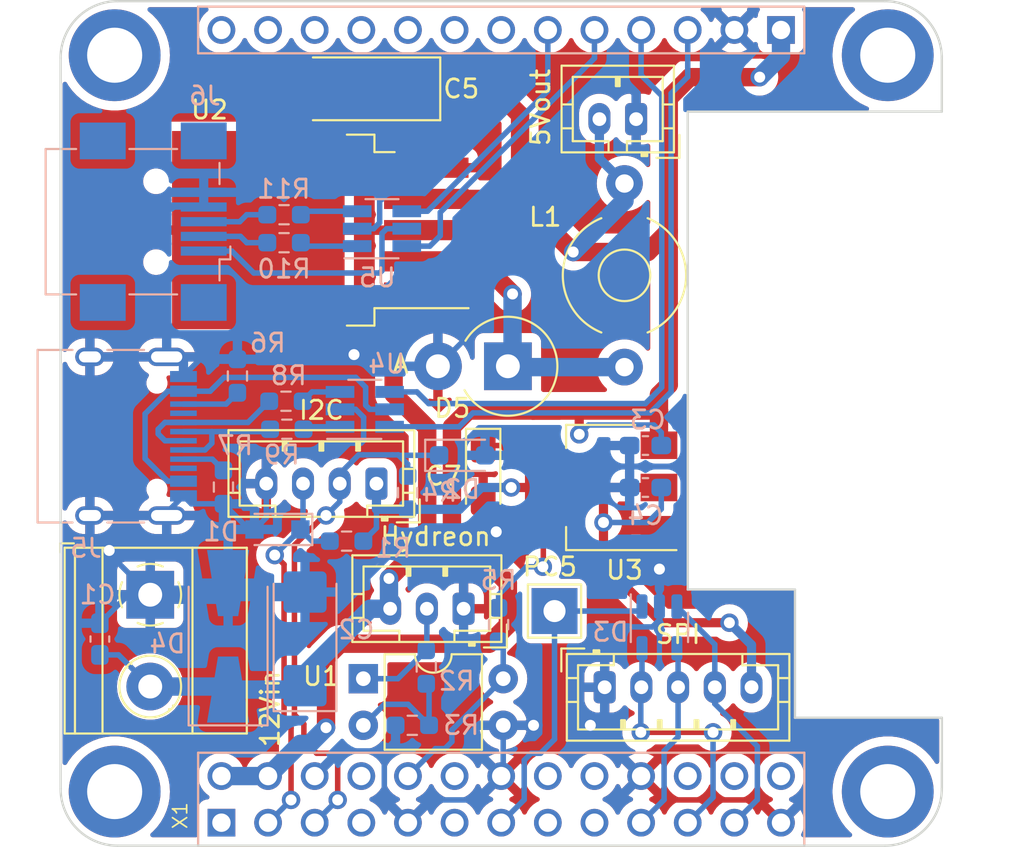
<source format=kicad_pcb>
(kicad_pcb (version 20240225) (generator "pcbnew") (generator_version "8.99")
  (layers (0 "F.Cu" signal "Top") (31 "B.Cu" signal "Bottom") (34 "B.Paste" user) (35 "F.Paste" user) (36 "B.SilkS" user "B.Silkscreen") (37 "F.SilkS" user "F.Silkscreen") (38 "B.Mask" user) (39 "F.Mask" user) (44 "Edge.Cuts" user))
  (net 0 "")
  (net 1 "+12V")
  (net 2 "GND")
  (net 3 "+5V")
  (net 4 "+3.3V")
  (net 5 "/SDA")
  (net 6 "/SCK")
  (net 7 "/PC5")
  (net 8 "/CLK")
  (net 9 "/MOSI")
  (net 10 "/MISO")
  (net 11 "Net-(D5-K)")
  (net 12 "Net-(J1-Pin_2)")
  (net 14 "/USB_DP2")
  (net 15 "/USB_DM2")
  (net 16 "Net-(J5-D--PadA7)")
  (net 17 "Net-(J5-D+-PadA6)")
  (net 18 "Net-(J5-CC2)")
  (net 19 "/USB_DM3")
  (net 20 "/USB_DP3")
  (net 21 "Net-(R2-Pad2)")
  (net 22 "/RX")
  (net 23 "Net-(R8-Pad2)")
  (net 24 "Net-(R9-Pad2)")
  (net 25 "/VB2")
  (net 27 "Net-(J5-CC1)")
  (net 28 "/VB3")
  (net 29 "Net-(J6-D-)")
  (net 30 "Net-(J6-D+)")
  (net 31 "Net-(R10-Pad2)")
  (net 32 "Net-(R11-Pad2)")
  (footprint "Package_TO_SOT_SMD:TO-263-5_TabPin3" (layer "F.Cu") (at 95.825 63.959 180)
    (property "Reference" "U2")
    (property "Value" "LM2576-5.0")
  )
  (footprint "opi-hat:OPIOHATDEB" (layer "F.Cu") (at 90.441253 96.236509)
    (property "Reference" "X1")
    (property "Value" "OPI-ZERO2-XDEB")
    (fp_line (start -8.759953 -41.649609) (end -8.759953 -1.849609) (stroke (width 0.127)) (layer "Edge.Cuts"))
    (fp_line (start -5.659953 1.25039) (end 36.140046 1.25039) (stroke (width 0.127)) (layer "Edge.Cuts"))
    (fp_line (start 25.4 -38.735) (end 25.4 -12.7) (stroke (width 0.127)) (layer "Edge.Cuts"))
    (fp_line (start 25.4 -12.7) (end 31.242 -12.7) (stroke (width 0.127)) (layer "Edge.Cuts"))
    (fp_line (start 31.242 -12.7) (end 31.242 -5.715) (stroke (width 0.127)) (layer "Edge.Cuts"))
    (fp_line (start 31.242 -5.715) (end 39.243 -5.715) (stroke (width 0.127)) (layer "Edge.Cuts"))
    (fp_line (start 36.140046 -44.749609) (end -5.659953 -44.749609) (stroke (width 0.127)) (layer "Edge.Cuts"))
    (fp_line (start 39.240046 -38.735) (end 25.4 -38.735) (stroke (width 0.127)) (layer "Edge.Cuts"))
    (fp_line (start 39.240046 -38.735) (end 39.240046 -41.649609) (stroke (width 0.127)) (layer "Edge.Cuts"))
    (fp_line (start 39.243 -5.715) (end 39.243 -1.8542) (stroke (width 0.127)) (layer "Edge.Cuts"))
    (fp_arc (start -8.759953 -41.649609) (mid -7.851984 -43.84164) (end -5.659953 -44.749609) (stroke (width 0.127)) (layer "Edge.Cuts"))
    (fp_arc (start -5.659953 1.250391) (mid -7.851984 0.342422) (end -8.759953 -1.849609) (stroke (width 0.127)) (layer "Edge.Cuts"))
    (fp_arc (start 36.140046 -44.749609) (mid 38.332079 -43.841641) (end 39.240046 -41.649609) (stroke (width 0.127)) (layer "Edge.Cuts"))
    (fp_arc (start 39.240045 -1.849609) (mid 38.332076 0.342419) (end 36.140046 1.25039) (stroke (width 0.127)) (layer "Edge.Cuts"))
  )
  (footprint "Connector_JST:JST_PH_B2B-PH-K_1x02_P2.00mm_Vertical" (layer "F.Cu") (at 113.03 57.912 180)
    (property "Reference" "J7" (hide yes))
    (property "Value" "5Vout")
  )
  (footprint "Diode_THT:D_DO-201_P3.81mm_Vertical_AnodeUp" (layer "F.Cu") (at 106.045 71.374 180)
    (property "Reference" "D5")
    (property "Value" "1N5822")
  )
  (footprint "Connector_JST:JST_PH_B5B-PH-K_1x05_P2.00mm_Vertical" (layer "F.Cu") (at 111.316 88.858)
    (property "Reference" "J3" (hide yes))
    (property "Value" "SPI")
  )
  (footprint "TerminalBlock_Phoenix:TerminalBlock_Phoenix_MKDS-1,5-2_1x02_P5.00mm_Horizontal" (layer "F.Cu") (at 86.563 83.82 -90)
    (property "Reference" "J4" (hide yes))
    (property "Value" "12Vin")
  )
  (footprint "Inductor_THT:L_Toroid_Horizontal_D6.5mm_P10.00mm_Diameter7-5mm_Amidon-T25" (layer "F.Cu") (at 112.395 61.421 -90)
    (property "Reference" "L1")
    (property "Value" "100u")
  )
  (footprint "Capacitor_Tantalum_SMD:CP_EIA-3216-18_Kemet-A_Pad1.58x1.35mm_HandSolder" (layer "F.Cu") (at 104.6988 77.2668 -90)
    (property "Reference" "C7")
    (property "Value" "47u 6V")
  )
  (footprint "Package_TO_SOT_SMD:SOT-223-3_TabPin2" (layer "F.Cu") (at 111.125 77.978 180)
    (property "Reference" "U3")
    (property "Value" "LM1117-3.3")
  )
  (footprint "Package_DIP:DIP-4_W7.62mm" (layer "F.Cu") (at 98.171 88.392)
    (property "Reference" "U1")
    (property "Value" "PC817")
  )
  (footprint "TestPoint:TestPoint_THTPad_2.5x2.5mm_Drill1.2mm" (layer "F.Cu") (at 108.585 84.709)
    (property "Reference" "TP7" (hide yes))
    (property "Value" "PC5")
  )
  (footprint "Connector_JST:JST_PH_B3B-PH-K_1x03_P2.00mm_Vertical" (layer "F.Cu") (at 103.632 84.582 180)
    (property "Reference" "J1" (hide yes))
    (property "Value" "Hydreon")
  )
  (footprint "Connector_JST:JST_PH_B4B-PH-K_1x04_P2.00mm_Vertical" (layer "F.Cu") (at 98.885 77.766 180)
    (property "Reference" "J2" (hide yes))
    (property "Value" "I2C")
  )
  (footprint "Capacitor_Tantalum_SMD:CP_EIA-6032-28_Kemet-C_Pad2.25x2.35mm_HandSolder" (layer "F.Cu") (at 98.425 56.261 180)
    (property "Reference" "C5")
    (property "Value" "47u 10V")
  )
  (footprint "Capacitor_SMD:C_0603_1608Metric_Pad1.08x0.95mm_HandSolder" (layer "B.Cu") (at 83.82 86.233 90)
    (property "Reference" "C1")
    (property "Value" "0.1")
  )
  (footprint "Resistor_SMD:R_0603_1608Metric_Pad0.98x0.95mm_HandSolder" (layer "B.Cu") (at 100.584 78.2555 -90)
    (property "Reference" "R4")
    (property "Value" "1k")
  )
  (footprint "Package_TO_SOT_SMD:SOT-23-6_Handsoldering" (layer "B.Cu") (at 98.251 73.721)
    (property "Reference" "U4")
    (property "Value" "USBLC6-2SC6")
  )
  (footprint "Resistor_SMD:R_0603_1608Metric_Pad0.98x0.95mm_HandSolder" (layer "B.Cu") (at 93.853 63.119)
    (property "Reference" "R11")
    (property "Value" "22")
  )
  (footprint "Capacitor_SMD:C_0603_1608Metric_Pad1.08x0.95mm_HandSolder" (layer "B.Cu") (at 113.538 77.978 180)
    (property "Reference" "C4")
    (property "Value" "0.1")
  )
  (footprint "Resistor_SMD:R_0603_1608Metric_Pad0.98x0.95mm_HandSolder" (layer "B.Cu") (at 94.0035 74.803)
    (property "Reference" "R9")
    (property "Value" "22")
  )
  (footprint "Resistor_SMD:R_0603_1608Metric_Pad0.98x0.95mm_HandSolder" (layer "B.Cu") (at 93.853 64.643)
    (property "Reference" "R10")
    (property "Value" "22")
  )
  (footprint "Resistor_SMD:R_0603_1608Metric_Pad0.98x0.95mm_HandSolder" (layer "B.Cu") (at 100.838 90.932 180)
    (property "Reference" "R3")
    (property "Value" "360")
  )
  (footprint "Connector_USB:USB_Mini-B_Wuerth_65100516121_Horizontal" (layer "B.Cu") (at 86.877 63.5 90)
    (property "Reference" "J6")
    (property "Value" "USB_B")
  )
  (footprint "Diode_SMD:D_SOD-323_HandSoldering" (layer "B.Cu") (at 103.55 76.2254)
    (property "Reference" "D2")
    (property "Value" "CESD3V3")
  )
  (footprint "Resistor_SMD:R_0603_1608Metric_Pad0.98x0.95mm_HandSolder" (layer "B.Cu") (at 91.313 71.9055 90)
    (property "Reference" "R6")
    (property "Value" "510")
  )
  (footprint "Resistor_SMD:R_0603_1608Metric_Pad0.98x0.95mm_HandSolder" (layer "B.Cu") (at 97.2585 80.899)
    (property "Reference" "R1")
    (property "Value" "1k")
  )
  (footprint "Resistor_SMD:R_0603_1608Metric_Pad0.98x0.95mm_HandSolder" (layer "B.Cu") (at 90.551 77.9545 -90)
    (property "Reference" "R7")
    (property "Value" "510")
  )
  (footprint "Package_TO_SOT_SMD:SOT-23-6_Handsoldering" (layer "B.Cu") (at 99.187 63.881)
    (property "Reference" "U5")
    (property "Value" "USBLC6-2SC6")
  )
  (footprint "Capacitor_SMD:C_0603_1608Metric_Pad1.08x0.95mm_HandSolder" (layer "B.Cu") (at 113.538 75.692 180)
    (property "Reference" "C3")
    (property "Value" "0.1")
  )
  (footprint "Resistor_SMD:R_0603_1608Metric_Pad0.98x0.95mm_HandSolder" (layer "B.Cu") (at 93.9565 73.279)
    (property "Reference" "R8")
    (property "Value" "22")
  )
  (footprint "Resistor_SMD:R_0603_1608Metric_Pad0.98x0.95mm_HandSolder" (layer "B.Cu") (at 105.537 85.4475 -90)
    (property "Reference" "R5")
    (property "Value" "1k")
  )
  (footprint "Diode_SMD:D_SMA-SMB_Universal_Handsoldering" (layer "B.Cu") (at 90.805 86.085 90)
    (property "Reference" "D4")
    (property "Value" "SS14")
  )
  (footprint "Connector_USB:USB_C_Receptacle_HRO_TYPE-C-31-M-12" (layer "B.Cu") (at 84.328 75.184 90)
    (property "Reference" "J5")
    (property "Value" "USB_C_Receptacle_USB2.0")
  )
  (footprint "Package_TO_SOT_SMD:SOT-23-5" (layer "B.Cu") (at 114.3 85.598 -90)
    (property "Reference" "D3")
    (property "Value" "SP0504BAHT")
  )
  (footprint "Resistor_SMD:R_0603_1608Metric_Pad0.98x0.95mm_HandSolder" (layer "B.Cu") (at 101.6 87.757 -90)
    (property "Reference" "R2")
    (property "Value" "47k")
  )
  (footprint "Diode_SMD:D_SOD-323_HandSoldering" (layer "B.Cu") (at 93.492 80.264 180)
    (property "Reference" "D1")
    (property "Value" "CESD3V3")
  )
  (footprint "Capacitor_Tantalum_SMD:CP_EIA-6032-28_Kemet-C_Pad2.25x2.35mm_HandSolder" (layer "B.Cu") (at 94.996 86.223 90)
    (property "Reference" "C2")
    (property "Value" "47u 16V")
  )
  (segment (start 101.6508 74.7268) (end 101.6508 80.8482) (width 1) (layer "F.Cu") (net 1))
  (segment (start 101.6508 80.8482) (end 99.568 82.931) (width 1) (layer "F.Cu") (net 1))
  (segment (start 101.6 67.437) (end 99.822 69.215) (width 1) (layer "F.Cu") (net 1))
  (segment (start 99.822 69.215) (end 99.822 72.898) (width 1) (layer "F.Cu") (net 1))
  (segment (start 101.6 67.359) (end 101.6 67.437) (width 1) (layer "F.Cu") (net 1))
  (segment (start 99.822 72.898) (end 101.6508 74.7268) (width 1) (layer "F.Cu") (net 1))
  (via (at 99.568 82.931) (size 1) (drill 0.6) (layers "F.Cu" "B.Cu") (net 1))
  (segment (start 86.563 88.82) (end 90.64 88.82) (width 1) (layer "B.Cu") (net 1))
  (segment (start 90.64 88.82) (end 90.805 88.985) (width 1) (layer "B.Cu") (net 1))
  (segment (start 98.552 84.582) (end 99.632 84.582) (width 1) (layer "B.Cu") (net 1))
  (segment (start 90.805 88.985) (end 94.784 88.985) (width 1) (layer "B.Cu") (net 1))
  (segment (start 99.568 82.931) (end 99.568 84.518) (width 1) (layer "B.Cu") (net 1))
  (segment (start 84.8385 87.0955) (end 83.82 87.0955) (width 0.3) (layer "B.Cu") (net 1))
  (segment (start 99.568 84.518) (end 99.632 84.582) (width 1) (layer "B.Cu") (net 1))
  (segment (start 94.784 88.985) (end 94.996 88.773) (width 1) (layer "B.Cu") (net 1))
  (segment (start 94.996 88.138) (end 98.552 84.582) (width 1) (layer "B.Cu") (net 1))
  (segment (start 94.996 88.773) (end 94.996 88.138) (width 1) (layer "B.Cu") (net 1))
  (segment (start 86.563 88.82) (end 84.8385 87.0955) (width 0.3) (layer "B.Cu") (net 1))
  (segment (start 105.41 79.4155) (end 104.6988 78.7043) (width 0.3) (layer "F.Cu") (net 2))
  (segment (start 95.85 60.559) (end 92.45 63.959) (width 0.5) (layer "F.Cu") (net 2))
  (segment (start 85.52 63.959) (end 84.963 64.516) (width 0.3) (layer "F.Cu") (net 2))
  (segment (start 114.275 80.278) (end 114.275 82.398) (width 0.5) (layer "F.Cu") (net 2))
  (segment (start 119.888 94.996) (end 119.888 95.203256) (width 0.3) (layer "F.Cu") (net 2))
  (segment (start 95.875 60.534) (end 92.45 63.959) (width 0.5) (layer "F.Cu") (net 2))
  (segment (start 95.875 56.261) (end 95.875 60.534) (width 0.5) (layer "F.Cu") (net 2))
  (segment (start 116.827762 54.61) (end 114.427 54.61) (width 0.3) (layer "F.Cu") (net 2))
  (segment (start 92.45 63.959) (end 85.52 63.959) (width 0.3) (layer "F.Cu") (net 2))
  (segment (start 84.963 80.264) (end 84.963 80.772) (width 0.3) (layer "F.Cu") (net 2))
  (segment (start 101.6 63.959) (end 92.45 63.959) (width 0.5) (layer "F.Cu") (net 2))
  (segment (start 114.600744 94.996) (end 119.888 94.996) (width 0.3) (layer "F.Cu") (net 2))
  (segment (start 119.888 95.203256) (end 120.921253 96.236509) (width 0.3) (layer "F.Cu") (net 2))
  (segment (start 97.663 69.172) (end 92.45 63.959) (width 0.3) (layer "F.Cu") (net 2))
  (segment (start 101.6 60.559) (end 95.85 60.559) (width 0.5) (layer "F.Cu") (net 2))
  (segment (start 113.03 57.912) (end 113.03 56.007) (width 0.3) (layer "F.Cu") (net 2))
  (segment (start 84.963 80.772) (end 84.328 81.407) (width 0.3) (layer "F.Cu") (net 2))
  (segment (start 110.536744 90.932) (end 107.442 90.932) (width 0.3) (layer "F.Cu") (net 2))
  (segment (start 84.963 64.516) (end 84.963 80.264) (width 0.3) (layer "F.Cu") (net 2))
  (segment (start 113.03 56.007) (end 114.427 54.61) (width 0.3) (layer "F.Cu") (net 2))
  (segment (start 114.275 82.398) (end 114.3 82.423) (width 0.5) (layer "F.Cu") (net 2))
  (segment (start 105.41 80.391) (end 105.41 79.4155) (width 0.3) (layer "F.Cu") (net 2))
  (segment (start 118.381253 53.056509) (end 116.827762 54.61) (width 0.3) (layer "F.Cu") (net 2))
  (segment (start 97.663 70.739) (end 97.663 69.172) (width 0.3) (layer "F.Cu") (net 2))
  (segment (start 113.301253 93.696509) (end 114.600744 94.996) (width 0.3) (layer "F.Cu") (net 2))
  (via (at 105.41 80.391) (size 1) (drill 0.6) (layers "F.Cu" "B.Cu") (net 2))
  (via (at 107.442 90.932) (size 1) (drill 0.6) (layers "F.Cu" "B.Cu") (net 2))
  (via (at 110.536744 90.932) (size 1) (drill 0.6) (layers "F.Cu" "B.Cu") (net 2))
  (via (at 97.663 70.739) (size 1) (drill 0.6) (layers "F.Cu" "B.Cu") (net 2))
  (via (at 84.328 81.407) (size 1) (drill 0.6) (layers "F.Cu" "B.Cu") (net 2))
  (via (at 114.3 82.423) (size 1) (drill 0.6) (layers "F.Cu" "B.Cu") (net 2))
  (segment (start 103.632 82.677) (end 103.632 84.582) (width 0.3) (layer "B.Cu") (net 2))
  (segment (start 90.805 79.121) (end 90.805 83.185) (width 0.3) (layer "B.Cu") (net 2))
  (segment (start 112.522 56.134) (end 113.03 56.642) (width 0.3) (layer "B.Cu") (net 2))
  (segment (start 90.551 78.867) (end 88.806 78.867) (width 0.3) (layer "B.Cu") (net 2))
  (segment (start 92.885 76.914) (end 93.726 76.073) (width 0.3) (layer "B.Cu") (net 2))
  (segment (start 94.996 83.673) (end 97.624598 83.673) (width 0.3) (layer "B.Cu") (net 2))
  (segment (start 90.551 78.867) (end 90.805 79.121) (width 0.3) (layer "B.Cu") (net 2))
  (segment (start 100.144598 81.153) (end 100.925 81.153) (width 0.3) (layer "B.Cu") (net 2))
  (segment (start 110.8202 78.6638) (end 110.109 79.375) (width 0.3) (layer "B.Cu") (net 2))
  (segment (start 100.601253 96.236509) (end 101.841762 94.996) (width 0.3) (layer "B.Cu") (net 2))
  (segment (start 85.636 62.7) (end 85.217 63.119) (width 0.3) (layer "B.Cu") (net 2))
  (segment (start 90.17 83.82) (end 90.805 83.185) (width 1) (layer "B.Cu") (net 2))
  (segment (start 96.888762 92.329) (end 99.314 92.329) (width 0.3) (layer "B.Cu") (net 2))
  (segment (start 96.901 73.721) (end 97.755022 73.721) (width 0.3) (layer "B.Cu") (net 2))
  (segment (start 94.996 83.673) (end 91.293 83.673) (width 1) (layer "B.Cu") (net 2))
  (segment (start 109.855 78.6638) (end 107.4166 76.2254) (width 0.2) (layer "B.Cu") (net 2))
  (segment (start 89.477 61.9) (end 98.73 61.9) (width 0.3) (layer "B.Cu") (net 2))
  (segment (start 113.03 81.153) (end 114.3 82.423) (width 0.3) (layer "B.Cu") (net 2))
  (segment (start 98.044 75.565) (end 98.186511 75.422489) (width 0.3) (layer "B.Cu") (net 2))
  (segment (start 99.314 92.329) (end 99.9255 91.7175) (width 0.3) (layer "B.Cu") (net 2))
  (segment (start 93.726 76.073) (end 95.758 76.073) (width 0.3) (layer "B.Cu") (net 2))
  (segment (start 96.266 75.565) (end 98.044 75.565) (width 0.3) (layer "B.Cu") (net 2))
  (segment (start 83.278 79.504) (end 87.458 79.504) (width 0.3) (layer "B.Cu") (net 2))
  (segment (start 104.381762 94.996) (end 105.681253 93.696509) (width 0.3) (layer "B.Cu") (net 2))
  (segment (start 107.442 90.932) (end 105.791 90.932) (width 0.3) (layer "B.Cu") (net 2))
  (segment (start 95.758 76.073) (end 96.266 75.565) (width 0.3) (layer "B.Cu") (net 2))
  (segment (start 89.477 61.9) (end 89.477 62.7) (width 0.3) (layer "B.Cu") (net 2))
  (segment (start 111.316 86.296) (end 111.316 88.858) (width 0.3) (layer "B.Cu") (net 2))
  (segment (start 110.49 56.134) (end 112.522 56.134) (width 0.3) (layer "B.Cu") (net 2))
  (segment (start 84.328 81.585) (end 86.563 83.82) (width 0.3) (layer "B.Cu") (net 2))
  (segment (start 87.458 79.349) (end 88.373 78.434) (width 0.3) (layer "B.Cu") (net 2))
  (segment (start 86.563 83.82) (end 90.17 83.82) (width 1) (layer "B.Cu") (net 2))
  (segment (start 104.013 69.596) (end 104.013 68.834) (width 0.3) (layer "B.Cu") (net 2))
  (segment (start 95.521253 93.696509) (end 96.888762 92.329) (width 0.3) (layer "B.Cu") (net 2))
  (segment (start 109.093 81.153) (end 110.109 81.153) (width 0.3) (layer "B.Cu") (net 2))
  (segment (start 102.108 81.153) (end 105.41 81.153) (width 0.3) (layer "B.Cu") (net 2))
  (segment (start 110.109 81.153) (end 113.03 81.153) (width 0.3) (layer "B.Cu") (net 2))
  (segment (start 113.919 85.5726) (end 112.0394 85.5726) (width 0.3) (layer "B.Cu") (net 2))
  (segment (start 89.41 70.864) (end 91.184 70.864) (width 0.3) (layer "B.Cu") (net 2))
  (segment (start 83.278 79.504) (end 83.278 70.864) (width 0.3) (layer "B.Cu") (net 2))
  (segment (start 104.013 62.611) (end 110.49 56.134) (width 0.3) (layer "B.Cu") (net 2))
  (segment (start 85.217 65.532) (end 87.458 67.773) (width 0.3) (layer "B.Cu") (net 2))
  (segment (start 84.328 81.407) (end 84.328 81.585) (width 0.3) (layer "B.Cu") (net 2))
  (segment (start 112.6755 77.978) (end 111.506 77.978) (width 0.3) (layer "B.Cu") (net 2))
  (segment (start 98.186511 74.152489) (end 98.186511 75.422489) (width 0.3) (layer "B.Cu") (net 2))
  (segment (start 87.458 79.504) (end 87.458 79.349) (width 0.3) (layer "B.Cu") (net 2))
  (segment (start 91.293 83.673) (end 90.805 83.185) (width 1) (layer "B.Cu") (net 2))
  (segment (start 101.841762 94.996) (end 104.381762 94.996) (width 0.3) (layer "B.Cu") (net 2))
  (segment (start 111.316 88.858) (end 111.316 90.152744) (width 0.3) (layer "B.Cu") (net 2))
  (segment (start 114.3 84.4605) (end 114.3 85.1916) (width 0.3) (layer "B.Cu") (net 2))
  (segment (start 107.4166 76.2254) (end 104.8 76.2254) (width 0.2) (layer "B.Cu") (net 2))
  (segment (start 85.217 63.119) (end 85.217 65.532) (width 0.3) (layer "B.Cu") (net 2))
  (segment (start 105.791 90.932) (end 105.791 93.586762) (width 0.3) (layer "B.Cu") (net 2))
  (segment (start 99.06 62.23) (end 99.06 63.555572) (width 0.3) (layer "B.Cu") (net 2))
  (segment (start 87.458 70.864) (end 89.41 70.864) (width 0.3) (layer "B.Cu") (net 2))
  (segment (start 112.0394 85.5726) (end 111.316 86.296) (width 0.3) (layer "B.Cu") (net 2))
  (segment (start 114.3 84.4605) (end 114.3 82.423) (width 0.3) (layer "B.Cu") (net 2))
  (segment (start 99.314 94.949256) (end 99.314 92.329) (width 0.3) (layer "B.Cu") (net 2))
  (segment (start 105.41 80.391) (end 105.41 81.153) (width 0.3) (layer "B.Cu") (net 2))
  (segment (start 99.9255 91.7175) (end 99.9255 90.932) (width 0.3) (layer "B.Cu") (net 2))
  (segment (start 111.506 77.978) (end 110.8202 78.6638) (width 0.3) (layer "B.Cu") (net 2))
  (segment (start 110.109 79.375) (end 110.109 81.153) (width 0.3) (layer "B.Cu") (net 2))
  (segment (start 89.477 62.7) (end 85.636 62.7) (width 0.3) (layer "B.Cu") (net 2))
  (segment (start 114.3 85.1916) (end 113.919 85.5726) (width 0.3) (layer "B.Cu") (net 2))
  (segment (start 88.806 78.867) (end 88.373 78.434) (width 0.3) (layer "B.Cu") (net 2))
  (segment (start 85.3705 83.82) (end 83.82 85.3705) (width 0.3) (layer "B.Cu") (net 2))
  (segment (start 100.925 81.153) (end 102.108 81.153) (width 0.3) (layer "B.Cu") (net 2))
  (segment (start 102.235 71.374) (end 104.013 69.596) (width 0.3) (layer "B.Cu") (net 2))
  (segment (start 92.885 77.766) (end 92.885 79.621) (width 0.3) (layer "B.Cu") (net 2))
  (segment (start 105.791 93.586762) (end 105.681253 93.696509) (width 0.3) (layer "B.Cu") (net 2))
  (segment (start 91.184 70.864) (end 91.313 70.993) (width 0.3) (layer "B.Cu") (net 2))
  (segment (start 98.73 61.9) (end 99.06 62.23) (width 0.3) (layer "B.Cu") (net 2))
  (segment (start 113.301253 93.696509) (end 110.536744 90.932) (width 0.3) (layer "B.Cu") (net 2))
  (segment (start 88.373 71.901) (end 89.41 70.864) (width 0.3) (layer "B.Cu") (net 2))
  (segment (start 91.948 80.264) (end 90.551 78.867) (width 0.3) (layer "B.Cu") (net 2))
  (segment (start 92.242 80.264) (end 91.948 80.264) (width 0.3) (layer "B.Cu") (net 2))
  (segment (start 97.624598 83.673) (end 100.144598 81.153) (width 0.3) (layer "B.Cu") (net 2))
  (segment (start 104.013 68.834) (end 99.568 68.834) (width 0.3) (layer "B.Cu") (net 2))
  (segment (start 102.108 81.153) (end 103.632 82.677) (width 0.3) (layer "B.Cu") (net 2))
  (segment (start 83.278 70.864) (end 87.458 70.864) (width 0.3) (layer "B.Cu") (net 2))
  (segment (start 100.601253 96.236509) (end 99.314 94.949256) (width 0.3) (layer "B.Cu") (net 2))
  (segment (start 104.013 68.834) (end 104.013 62.611) (width 0.3) (layer "B.Cu") (net 2))
  (segment (start 98.734572 63.881) (end 97.837 63.881) (width 0.3) (layer "B.Cu") (net 2))
  (segment (start 111.316 90.152744) (end 110.536744 90.932) (width 0.3) (layer "B.Cu") (net 2))
  (segment (start 105.41 81.153) (end 109.093 81.153) (width 0.3) (layer "B.Cu") (net 2))
  (segment (start 110.8202 78.6638) (end 109.855 78.6638) (width 0.2) (layer "B.Cu") (net 2))
  (segment (start 99.06 63.555572) (end 98.734572 63.881) (width 0.3) (layer "B.Cu") (net 2))
  (segment (start 88.373 71.934) (end 88.373 71.901) (width 0.3) (layer "B.Cu") (net 2))
  (segment (start 99.568 68.834) (end 97.663 70.739) (width 0.3) (layer "B.Cu") (net 2))
  (segment (start 92.885 77.766) (end 92.885 76.914) (width 0.3) (layer "B.Cu") (net 2))
  (segment (start 112.6755 75.692) (end 112.6755 77.978) (width 0.3) (layer "B.Cu") (net 2))
  (segment (start 86.563 83.82) (end 85.3705 83.82) (width 0.3) (layer "B.Cu") (net 2))
  (segment (start 92.885 79.621) (end 92.242 80.264) (width 0.3) (layer "B.Cu") (net 2))
  (segment (start 97.755022 73.721) (end 98.186511 74.152489) (width 0.3) (layer "B.Cu") (net 2))
  (segment (start 87.458 67.773) (end 87.458 70.864) (width 0.3) (layer "B.Cu") (net 2))
  (segment (start 113.03 56.642) (end 113.03 57.912) (width 0.3) (layer "B.Cu") (net 2))
  (segment (start 107.4166 73.787) (end 108.839 73.787) (width 1) (layer "F.Cu") (net 3))
  (segment (start 114.275 73.7866) (end 114.275 72.923) (width 1) (layer "F.Cu") (net 3))
  (segment (start 119.761 55.626) (end 115.951 55.626) (width 1) (layer "F.Cu") (net 3))
  (segment (start 107.4166 73.787) (end 109.9566 73.787) (width 1) (layer "F.Cu") (net 3))
  (segment (start 114.808 64.008) (end 114.808 72.39) (width 1) (layer "F.Cu") (net 3))
  (segment (start 105.029 86.487) (end 106.045 85.471) (width 1) (layer "F.Cu") (net 3))
  (segment (start 96.139 87.249) (end 96.901 86.487) (width 1) (layer "F.Cu") (net 3))
  (segment (start 115.951 55.626) (end 114.808 56.769) (width 1) (layer "F.Cu") (net 3))
  (segment (start 96.901 86.487) (end 105.029 86.487) (width 1) (layer "F.Cu") (net 3))
  (segment (start 113.665 65.151) (end 109.601 65.151) (width 1) (layer "F.Cu") (net 3))
  (segment (start 106.045 83.185) (end 102.997 80.137) (width 1) (layer "F.Cu") (net 3))
  (segment (start 96.139 91.059) (end 96.139 87.249) (width 1) (layer "F.Cu") (net 3))
  (segment (start 109.9312 73.8124) (end 109.9566 73.787) (width 0.5) (layer "F.Cu") (net 3))
  (segment (start 114.808 64.008) (end 113.665 65.151) (width 1) (layer "F.Cu") (net 3))
  (segment (start 114.2746 73.787) (end 114.275 73.7866) (width 1) (layer "F.Cu") (net 3))
  (segment (start 114.808 56.769) (end 114.808 64.008) (width 1) (layer "F.Cu") (net 3))
  (segment (start 106.709 57.687) (end 106.709 62.259) (width 1) (layer "F.Cu") (net 3))
  (segment (start 109.9312 75.0824) (end 109.9312 73.8124) (width 0.5) (layer "F.Cu") (net 3))
  (segment (start 105.283 56.261) (end 106.709 57.687) (width 1) (layer "F.Cu") (net 3))
  (segment (start 114.275 75.678) (end 114.275 73.7866) (width 1) (layer "F.Cu") (net 3))
  (segment (start 100.975 56.261) (end 105.283 56.261) (width 1) (layer "F.Cu") (net 3))
  (segment (start 101.6 62.259) (end 106.709 62.259) (width 1) (layer "F.Cu") (net 3))
  (segment (start 109.9566 73.787) (end 114.2746 73.787) (width 1) (layer "F.Cu") (net 3))
  (segment (start 103.886 73.787) (end 107.4166 73.787) (width 1) (layer "F.Cu") (net 3))
  (segment (start 114.275 72.923) (end 114.808 72.39) (width 1) (layer "F.Cu") (net 3))
  (segment (start 102.997 74.676) (end 103.886 73.787) (width 1) (layer "F.Cu") (net 3))
  (segment (start 106.045 85.471) (end 106.045 83.185) (width 1) (layer "F.Cu") (net 3))
  (segment (start 106.709 62.259) (end 109.601 65.151) (width 1) (layer "F.Cu") (net 3))
  (segment (start 102.997 80.137) (end 102.997 74.676) (width 1) (layer "F.Cu") (net 3))
  (via (at 119.761 55.626) (size 1) (drill 0.6) (layers "F.Cu" "B.Cu") (net 3))
  (via (at 109.9312 75.0824) (size 1) (drill 0.6) (layers "F.Cu" "B.Cu") (net 3))
  (via (at 109.601 65.151) (size 1) (drill 0.6) (layers "F.Cu" "B.Cu") (net 3))
  (via (at 96.139 91.059) (size 1) (drill 0.6) (layers "F.Cu" "B.Cu") (net 3))
  (segment (start 112.395 62.357) (end 109.601 65.151) (width 1) (layer "B.Cu") (net 3))
  (segment (start 120.921253 54.465747) (end 119.761 55.626) (width 1) (layer "B.Cu") (net 3))
  (segment (start 111.03 57.912) (end 111.03 60.056) (width 0.5) (layer "B.Cu") (net 3))
  (segment (start 111.03 60.056) (end 112.395 61.421) (width 0.5) (layer "B.Cu") (net 3))
  (segment (start 92.981253 93.696509) (end 90.441253 93.696509) (width 1) (layer "B.Cu") (net 3))
  (segment (start 95.25 91.948) (end 94.729762 91.948) (width 1) (layer "B.Cu") (net 3))
  (segment (start 96.139 91.059) (end 95.25 91.948) (width 1) (layer "B.Cu") (net 3))
  (segment (start 110.4392 74.5744) (end 109.9312 75.0824) (width 0.3) (layer "B.Cu") (net 3))
  (segment (start 114.4005 74.9797) (end 113.9952 74.5744) (width 0.3) (layer "B.Cu") (net 3))
  (segment (start 120.921253 53.056509) (end 120.921253 54.465747) (width 1) (layer "B.Cu") (net 3))
  (segment (start 94.729762 91.948) (end 92.981253 93.696509) (width 1) (layer "B.Cu") (net 3))
  (segment (start 112.395 61.421) (end 112.395 62.357) (width 1) (layer "B.Cu") (net 3))
  (segment (start 114.4005 75.692) (end 114.4005 74.9797) (width 0.3) (layer "B.Cu") (net 3))
  (segment (start 113.9952 74.5744) (end 110.4392 74.5744) (width 0.3) (layer "B.Cu") (net 3))
  (segment (start 111.252 77.978) (end 109.855 77.978) (width 0.5) (layer "F.Cu") (net 4))
  (segment (start 118.11 85.344) (end 114.427 85.344) (width 0.5) (layer "F.Cu") (net 4))
  (segment (start 114.427 85.344) (end 111.252 82.169) (width 0.5) (layer "F.Cu") (net 4))
  (segment (start 111.252 82.169) (end 111.252 79.883) (width 0.5) (layer "F.Cu") (net 4))
  (segment (start 107.95 82.296) (end 107.975 82.271) (width 0.3) (layer "F.Cu") (net 4))
  (segment (start 107.975 82.271) (end 107.975 77.978) (width 0.3) (layer "F.Cu") (net 4))
  (segment (start 106.2228 77.978) (end 107.975 77.978) (width 0.5) (layer "F.Cu") (net 4))
  (segment (start 109.855 77.978) (end 107.975 77.978) (width 0.5) (layer "F.Cu") (net 4))
  (segment (start 111.252 79.883) (end 111.252 77.978) (width 0.5) (layer "F.Cu") (net 4))
  (segment (start 105.41 75.692) (end 105.689 75.692) (width 0.3) (layer "F.Cu") (net 4))
  (segment (start 114.275 77.978) (end 111.252 77.978) (width 0.5) (layer "F.Cu") (net 4))
  (segment (start 105.689 75.692) (end 107.975 77.978) (width 0.3) (layer "F.Cu") (net 4))
  (via (at 107.95 82.296) (size 1) (drill 0.6) (layers "F.Cu" "B.Cu") (net 4))
  (via (at 106.2228 77.978) (size 1) (drill 0.6) (layers "F.Cu" "B.Cu") (net 4))
  (via (at 118.11 85.344) (size 1) (drill 0.6) (layers "F.Cu" "B.Cu") (net 4))
  (via (at 111.252 79.883) (size 1) (drill 0.6) (layers "F.Cu" "B.Cu") (net 4))
  (segment (start 119.316 88.858) (end 119.316 86.55) (width 0.5) (layer "B.Cu") (net 4))
  (segment (start 100.584 79.168) (end 103.4072 79.168) (width 0.5) (layer "B.Cu") (net 4))
  (segment (start 98.886 79.168) (end 98.886 77.767) (width 0.5) (layer "B.Cu") (net 4))
  (segment (start 98.886 79.168) (end 98.885 79.169) (width 0.3) (layer "B.Cu") (net 4))
  (segment (start 113.665 79.883) (end 111.252 79.883) (width 0.3) (layer "B.Cu") (net 4))
  (segment (start 98.885 80.185) (end 98.171 80.899) (width 0.3) (layer "B.Cu") (net 4))
  (segment (start 104.5972 77.978) (end 106.2228 77.978) (width 0.5) (layer "B.Cu") (net 4))
  (segment (start 114.4005 77.978) (end 114.4005 79.1475) (width 0.3) (layer "B.Cu") (net 4))
  (segment (start 105.537 84.535) (end 105.537 83.82) (width 0.3) (layer "B.Cu") (net 4))
  (segment (start 98.886 77.767) (end 98.885 77.766) (width 0.3) (layer "B.Cu") (net 4))
  (segment (start 100.584 79.168) (end 98.886 79.168) (width 0.5) (layer "B.Cu") (net 4))
  (segment (start 98.885 79.169) (end 98.885 80.185) (width 0.3) (layer "B.Cu") (net 4))
  (segment (start 119.316 86.55) (end 118.11 85.344) (width 0.5) (layer "B.Cu") (net 4))
  (segment (start 107.061 82.296) (end 107.95 82.296) (width 0.3) (layer "B.Cu") (net 4))
  (segment (start 105.537 83.82) (end 107.061 82.296) (width 0.3) (layer "B.Cu") (net 4))
  (segment (start 103.4072 79.168) (end 104.5972 77.978) (width 0.5) (layer "B.Cu") (net 4))
  (segment (start 114.4005 79.1475) (end 113.665 79.883) (width 0.3) (layer "B.Cu") (net 4))
  (segment (start 93.853 90.678) (end 93.853 82.169) (width 0.3) (layer "F.Cu") (net 5))
  (segment (start 94.234 94.996) (end 94.234 91.059) (width 0.3) (layer "F.Cu") (net 5))
  (segment (start 93.853 82.169) (end 93.345 81.661) (width 0.3) (layer "F.Cu") (net 5))
  (segment (start 94.234 91.059) (end 93.853 90.678) (width 0.3) (layer "F.Cu") (net 5))
  (via (at 93.345 81.661) (size 1) (drill 0.6) (layers "F.Cu" "B.Cu") (net 5))
  (via (at 94.234 94.996) (size 1) (drill 0.6) (layers "F.Cu" "B.Cu") (net 5))
  (segment (start 92.993491 96.236509) (end 94.234 94.996) (width 0.3) (layer "B.Cu") (net 5))
  (segment (start 94.885 80.121) (end 94.742 80.264) (width 0.3) (layer "B.Cu") (net 5))
  (segment (start 94.885 77.766) (end 94.885 80.121) (width 0.3) (layer "B.Cu") (net 5))
  (segment (start 93.345 81.661) (end 94.742 80.264) (width 0.3) (layer "B.Cu") (net 5))
  (segment (start 92.981253 96.236509) (end 92.993491 96.236509) (width 0.3) (layer "B.Cu") (net 5))
  (segment (start 96.346 80.899) (end 95.377 80.899) (width 0.3) (layer "B.Cu") (net 5))
  (segment (start 95.377 80.899) (end 94.742 80.264) (width 0.3) (layer "B.Cu") (net 5))
  (segment (start 94.9325 90.8685) (end 94.9325 91.7575) (width 0.3) (layer "F.Cu") (net 6))
  (segment (start 96.774 92.71) (end 96.774 94.996) (width 0.3) (layer "F.Cu") (net 6))
  (segment (start 96.0355 79.502) (end 94.7655 80.772) (width 0.3) (layer "F.Cu") (net 6))
  (segment (start 94.9325 91.7575) (end 95.631 92.456) (width 0.3) (layer "F.Cu") (net 6))
  (segment (start 94.7655 80.772) (end 94.417742 81.119758) (width 0.3) (layer "F.Cu") (net 6))
  (segment (start 95.631 92.456) (end 96.52 92.456) (width 0.3) (layer "F.Cu") (net 6))
  (segment (start 96.52 92.456) (end 96.774 92.71) (width 0.3) (layer "F.Cu") (net 6))
  (segment (start 94.417742 81.119758) (end 94.417742 90.353742) (width 0.3) (layer "F.Cu") (net 6))
  (segment (start 94.417742 90.353742) (end 94.9325 90.8685) (width 0.3) (layer "F.Cu") (net 6))
  (segment (start 96.139 79.502) (end 96.0355 79.502) (width 0.3) (layer "F.Cu") (net 6))
  (via (at 96.774 94.996) (size 1) (drill 0.6) (layers "F.Cu" "B.Cu") (net 6))
  (via (at 96.139 79.502) (size 1) (drill 0.6) (layers "F.Cu" "B.Cu") (net 6))
  (segment (start 96.885 77.232) (end 97.917 76.2) (width 0.3) (layer "B.Cu") (net 6))
  (segment (start 102.3 76.2254) (end 100.1014 76.2254) (width 0.3) (layer "B.Cu") (net 6))
  (segment (start 100.584 76.708) (end 100.584 77.343) (width 0.3) (layer "B.Cu") (net 6))
  (segment (start 96.774 94.996) (end 96.761762 94.996) (width 0.3) (layer "B.Cu") (net 6))
  (segment (start 96.761762 94.996) (end 95.521253 96.236509) (width 0.3) (layer "B.Cu") (net 6))
  (segment (start 99.7966 76.2254) (end 99.7712 76.2) (width 0.2) (layer "B.Cu") (net 6))
  (segment (start 96.885 77.766) (end 96.885 78.756) (width 0.3) (layer "B.Cu") (net 6))
  (segment (start 99.7712 76.2) (end 100.076 76.2) (width 0.3) (layer "B.Cu") (net 6))
  (segment (start 96.885 78.756) (end 96.139 79.502) (width 0.3) (layer "B.Cu") (net 6))
  (segment (start 96.885 77.766) (end 96.885 77.232) (width 0.3) (layer "B.Cu") (net 6))
  (segment (start 97.917 76.2) (end 98.1456 76.2) (width 0.3) (layer "B.Cu") (net 6))
  (segment (start 100.1014 76.2254) (end 100.076 76.2) (width 0.3) (layer "B.Cu") (net 6))
  (segment (start 98.1456 76.2) (end 99.7712 76.2) (width 0.3) (layer "B.Cu") (net 6))
  (segment (start 100.076 76.2) (end 100.584 76.708) (width 0.3) (layer "B.Cu") (net 6))
  (segment (start 107.823 92.456) (end 107.315 92.456) (width 0.3) (layer "B.Cu") (net 7))
  (segment (start 106.934 92.837) (end 106.934 94.983762) (width 0.3) (layer "B.Cu") (net 7))
  (segment (start 113.1015 84.709) (end 108.585 84.709) (width 0.3) (layer "B.Cu") (net 7))
  (segment (start 106.934 92.837) (end 107.315 92.456) (width 0.3) (layer "B.Cu") (net 7))
  (segment (start 108.585 84.709) (end 108.585 91.694) (width 0.3) (layer "B.Cu") (net 7))
  (segment (start 108.585 91.694) (end 107.823 92.456) (width 0.3) (layer "B.Cu") (net 7))
  (segment (start 113.35 84.4605) (end 113.1015 84.709) (width 0.3) (layer "B.Cu") (net 7))
  (segment (start 106.934 94.983762) (end 105.681253 96.236509) (width 0.3) (layer "B.Cu") (net 7))
  (segment (start 117.316 86.5265) (end 115.25 84.4605) (width 0.3) (layer "B.Cu") (net 8))
  (segment (start 117.316 89.757) (end 119.634 92.075) (width 0.3) (layer "B.Cu") (net 8))
  (segment (start 119.634 94.983762) (end 118.381253 96.236509) (width 0.3) (layer "B.Cu") (net 8))
  (segment (start 117.316 88.858) (end 117.316 86.5265) (width 0.3) (layer "B.Cu") (net 8))
  (segment (start 117.316 88.858) (end 117.316 89.757) (width 0.3) (layer "B.Cu") (net 8))
  (segment (start 119.634 92.075) (end 119.634 94.983762) (width 0.3) (layer "B.Cu") (net 8))
  (segment (start 115.316 88.858) (end 115.316 86.8015) (width 0.3) (layer "B.Cu") (net 9))
  (segment (start 114.554 92.329) (end 114.554 94.983762) (width 0.3) (layer "B.Cu") (net 9))
  (segment (start 115.316 86.8015) (end 115.25 86.7355) (width 0.3) (layer "B.Cu") (net 9))
  (segment (start 114.554 94.983762) (end 113.301253 96.236509) (width 0.3) (layer "B.Cu") (net 9))
  (segment (start 115.316 88.858) (end 115.316 91.567) (width 0.3) (layer "B.Cu") (net 9))
  (segment (start 115.316 91.567) (end 114.554 92.329) (width 0.3) (layer "B.Cu") (net 9))
  (segment (start 117.221 91.313) (end 113.284 91.313) (width 0.3) (layer "F.Cu") (net 10))
  (via (at 117.221 91.313) (size 1) (drill 0.6) (layers "F.Cu" "B.Cu") (net 10))
  (via (at 113.284 91.313) (size 1) (drill 0.6) (layers "F.Cu" "B.Cu") (net 10))
  (segment (start 113.35 88.824) (end 113.316 88.858) (width 0.3) (layer "B.Cu") (net 10))
  (segment (start 115.841253 96.236509) (end 117.221 94.856762) (width 0.3) (layer "B.Cu") (net 10))
  (segment (start 117.221 94.856762) (end 117.221 91.694) (width 0.3) (layer "B.Cu") (net 10))
  (segment (start 113.284 91.313) (end 113.284 88.89) (width 0.3) (layer "B.Cu") (net 10))
  (segment (start 113.284 88.89) (end 113.316 88.858) (width 0.3) (layer "B.Cu") (net 10))
  (segment (start 117.221 91.694) (end 117.221 91.313) (width 0.3) (layer "B.Cu") (net 10))
  (segment (start 113.35 86.7355) (end 113.35 88.824) (width 0.3) (layer "B.Cu") (net 10))
  (segment (start 101.6 65.659) (end 104.521 65.659) (width 1) (layer "F.Cu") (net 11))
  (segment (start 104.521 65.659) (end 106.299 67.437) (width 1) (layer "F.Cu") (net 11))
  (via (at 106.299 67.437) (size 1) (drill 0.6) (layers "F.Cu" "B.Cu") (net 11))
  (segment (start 106.299 67.437) (end 106.299 71.12) (width 1) (layer "B.Cu") (net 11))
  (segment (start 112.395 71.421) (end 106.092 71.421) (width 1) (layer "B.Cu") (net 11))
  (segment (start 106.092 71.421) (end 106.045 71.374) (width 1) (layer "B.Cu") (net 11))
  (segment (start 106.299 71.12) (end 106.045 71.374) (width 1) (layer "B.Cu") (net 11))
  (segment (start 101.632 84.582) (end 101.632 86.8125) (width 0.3) (layer "B.Cu") (net 12))
  (segment (start 101.632 86.8125) (end 101.6 86.8445) (width 0.3) (layer "B.Cu") (net 12))
  (segment (start 100.0525 88.392) (end 98.171 88.392) (width 0.3) (layer "B.Cu") (net 12))
  (segment (start 101.6 86.8445) (end 100.0525 88.392) (width 0.3) (layer "B.Cu") (net 12))
  (segment (start 114.427 72.517) (end 113.538 73.406) (width 0.3) (layer "B.Cu") (net 14))
  (segment (start 99.601 72.771) (end 101.092 72.771) (width 0.3) (layer "B.Cu") (net 14))
  (segment (start 101.727 73.406) (end 113.538 73.406) (width 0.3) (layer "B.Cu") (net 14))
  (segment (start 113.301253 55.516253) (end 114.427 56.642) (width 0.3) (layer "B.Cu") (net 14))
  (segment (start 113.301253 53.056509) (end 113.301253 55.516253) (width 0.3) (layer "B.Cu") (net 14))
  (segment (start 101.092 72.771) (end 101.727 73.406) (width 0.3) (layer "B.Cu") (net 14))
  (segment (start 114.427 56.642) (end 114.427 72.517) (width 0.3) (layer "B.Cu") (net 14))
  (segment (start 113.792 73.914) (end 104.14 73.914) (width 0.3) (layer "B.Cu") (net 15))
  (segment (start 115.841253 55.608747) (end 114.935 56.515) (width 0.3) (layer "B.Cu") (net 15))
  (segment (start 114.935 56.515) (end 114.935 72.771) (width 0.3) (layer "B.Cu") (net 15))
  (segment (start 103.383 74.671) (end 104.14 73.914) (width 0.3) (layer "B.Cu") (net 15))
  (segment (start 99.601 74.671) (end 103.383 74.671) (width 0.3) (layer "B.Cu") (net 15))
  (segment (start 114.935 72.771) (end 113.792 73.914) (width 0.3) (layer "B.Cu") (net 15))
  (segment (start 115.841253 53.056509) (end 115.841253 55.608747) (width 0.3) (layer "B.Cu") (net 15))
  (segment (start 92.96 74.934) (end 93.091 74.803) (width 0.3) (layer "B.Cu") (net 16))
  (segment (start 89.92 75.561) (end 89.92 74.934) (width 0.3) (layer "B.Cu") (net 16))
  (segment (start 88.373 74.934) (end 89.92 74.934) (width 0.3) (layer "B.Cu") (net 16))
  (segment (start 88.373 75.934) (end 89.547 75.934) (width 0.3) (layer "B.Cu") (net 16))
  (segment (start 89.92 74.934) (end 92.96 74.934) (width 0.3) (layer "B.Cu") (net 16))
  (segment (start 89.547 75.934) (end 89.92 75.561) (width 0.3) (layer "B.Cu") (net 16))
  (segment (start 87.364 74.434) (end 86.995 74.803) (width 0.3) (layer "B.Cu") (net 17))
  (segment (start 88.373 74.434) (end 91.889 74.434) (width 0.3) (layer "B.Cu") (net 17))
  (segment (start 88.373 74.434) (end 87.364 74.434) (width 0.3) (layer "B.Cu") (net 17))
  (segment (start 86.995 74.803) (end 86.995 75.057) (width 0.3) (layer "B.Cu") (net 17))
  (segment (start 87.372 75.434) (end 88.373 75.434) (width 0.3) (layer "B.Cu") (net 17))
  (segment (start 86.995 75.057) (end 87.372 75.434) (width 0.3) (layer "B.Cu") (net 17))
  (segment (start 91.889 74.434) (end 93.044 73.279) (width 0.3) (layer "B.Cu") (net 17))
  (segment (start 88.373 73.434) (end 90.697 73.434) (width 0.3) (layer "B.Cu") (net 18))
  (segment (start 90.697 73.434) (end 91.313 72.818) (width 0.3) (layer "B.Cu") (net 18))
  (segment (start 101.793 64.831) (end 100.537 64.831) (width 0.3) (layer "B.Cu") (net 19))
  (segment (start 110.761253 54.592747) (end 102.362 62.992) (width 0.3) (layer "B.Cu") (net 19))
  (segment (start 102.362 64.262) (end 101.793 64.831) (width 0.3) (layer "B.Cu") (net 19))
  (segment (start 102.362 62.992) (end 102.362 64.262) (width 0.3) (layer "B.Cu") (net 19))
  (segment (start 110.761253 53.056509) (end 110.761253 54.592747) (width 0.3) (layer "B.Cu") (net 19))
  (segment (start 108.221253 56.370747) (end 108.221253 53.056509) (width 0.3) (layer "B.Cu") (net 20))
  (segment (start 100.537 62.931) (end 101.661 62.931) (width 0.3) (layer "B.Cu") (net 20))
  (segment (start 101.661 62.931) (end 108.221253 56.370747) (width 0.3) (layer "B.Cu") (net 20))
  (segment (start 100.6075 89.789) (end 101.7505 90.932) (width 0.3) (layer "B.Cu") (net 21))
  (segment (start 99.314 89.789) (end 100.6075 89.789) (width 0.3) (layer "B.Cu") (net 21))
  (segment (start 101.7505 88.82) (end 101.6 88.6695) (width 0.3) (layer "B.Cu") (net 21))
  (segment (start 101.7505 90.932) (end 101.7505 88.82) (width 0.3) (layer "B.Cu") (net 21))
  (segment (start 98.171 90.932) (end 99.314 89.789) (width 0.3) (layer "B.Cu") (net 21))
  (segment (start 102.997 91.186) (end 105.791 88.392) (width 0.3) (layer "B.Cu") (net 22))
  (segment (start 102.095762 92.202) (end 102.616 92.202) (width 0.3) (layer "B.Cu") (net 22))
  (segment (start 102.997 91.821) (end 102.997 91.186) (width 0.3) (layer "B.Cu") (net 22))
  (segment (start 102.616 92.202) (end 102.997 91.821) (width 0.3) (layer "B.Cu") (net 22))
  (segment (start 105.791 88.392) (end 105.791 86.614) (width 0.3) (layer "B.Cu") (net 22))
  (segment (start 105.791 86.614) (end 105.537 86.36) (width 0.3) (layer "B.Cu") (net 22))
  (segment (start 100.601253 93.696509) (end 102.095762 92.202) (width 0.3) (layer "B.Cu") (net 22))
  (segment (start 96.901 72.771) (end 95.377 72.771) (width 0.3) (layer "B.Cu") (net 23))
  (segment (start 95.377 72.771) (end 94.869 73.279) (width 0.3) (layer "B.Cu") (net 23))
  (segment (start 96.901 74.671) (end 95.048 74.671) (width 0.3) (layer "B.Cu") (net 24))
  (segment (start 95.048 74.671) (end 94.916 74.803) (width 0.3) (layer "B.Cu") (net 24))
  (segment (start 88.373 72.734) (end 89.826 72.734) (width 0.3) (layer "B.Cu") (net 25))
  (segment (start 87.512629 77.634) (end 88.373 77.634) (width 0.3) (layer "B.Cu") (net 25))
  (segment (start 86.282814 76.404186) (end 87.512629 77.634) (width 0.3) (layer "B.Cu") (net 25))
  (segment (start 98.298 72.517) (end 98.298 73.498) (width 0.3) (layer "B.Cu") (net 25))
  (segment (start 88.373 72.734) (end 87.512629 72.734) (width 0.3) (layer "B.Cu") (net 25))
  (segment (start 98.521 73.721) (end 99.601 73.721) (width 0.3) (layer "B.Cu") (net 25))
  (segment (start 89.826 72.734) (end 90.57902 71.98098) (width 0.3) (layer "B.Cu") (net 25))
  (segment (start 98.298 73.498) (end 98.521 73.721) (width 0.3) (layer "B.Cu") (net 25))
  (segment (start 87.512629 72.734) (end 86.282814 73.963814) (width 0.3) (layer "B.Cu") (net 25))
  (segment (start 97.76198 71.98098) (end 98.298 72.517) (width 0.3) (layer "B.Cu") (net 25))
  (segment (start 90.57902 71.98098) (end 97.76198 71.98098) (width 0.3) (layer "B.Cu") (net 25))
  (segment (start 86.282814 73.963814) (end 86.282814 76.404186) (width 0.3) (layer "B.Cu") (net 25))
  (segment (start 88.373 76.434) (end 89.943 76.434) (width 0.3) (layer "B.Cu") (net 27))
  (segment (start 89.943 76.434) (end 90.551 77.042) (width 0.3) (layer "B.Cu") (net 27))
  (segment (start 91.008 65.1) (end 92.202 66.294) (width 0.3) (layer "B.Cu") (net 28))
  (segment (start 99.187 64.135) (end 99.441 63.881) (width 0.3) (layer "B.Cu") (net 28))
  (segment (start 89.477 65.1) (end 91.008 65.1) (width 0.3) (layer "B.Cu") (net 28))
  (segment (start 92.202 66.294) (end 99.06 66.294) (width 0.3) (layer "B.Cu") (net 28))
  (segment (start 99.06 66.294) (end 99.187 66.167) (width 0.3) (layer "B.Cu") (net 28))
  (segment (start 99.187 66.167) (end 99.187 64.135) (width 0.3) (layer "B.Cu") (net 28))
  (segment (start 99.441 63.881) (end 100.537 63.881) (width 0.3) (layer "B.Cu") (net 28))
  (segment (start 91.478 64.3) (end 91.821 64.643) (width 0.3) (layer "B.Cu") (net 29))
  (segment (start 91.821 64.643) (end 92.9405 64.643) (width 0.3) (layer "B.Cu") (net 29))
  (segment (start 89.477 64.3) (end 91.478 64.3) (width 0.3) (layer "B.Cu") (net 29))
  (segment (start 91.821 63.119) (end 91.44 63.5) (width 0.3) (layer "B.Cu") (net 30))
  (segment (start 91.44 63.5) (end 89.477 63.5) (width 0.3) (layer "B.Cu") (net 30))
  (segment (start 92.9405 63.119) (end 91.821 63.119) (width 0.3) (layer "B.Cu") (net 30))
  (segment (start 94.9535 64.831) (end 94.7655 64.643) (width 0.3) (layer "B.Cu") (net 31))
  (segment (start 97.837 64.831) (end 94.9535 64.831) (width 0.3) (layer "B.Cu") (net 31))
  (segment (start 97.837 62.931) (end 94.9535 62.931) (width 0.3) (layer "B.Cu") (net 32))
  (segment (start 94.9535 62.931) (end 94.7655 63.119) (width 0.3) (layer "B.Cu") (net 32))
  (zone (net 2) (net_name "GND") (layers "F&B.Cu") (connect_pads (clearance 0.508)) (min_thickness 0.254) (fill yes (thermal_gap 0.508) (thermal_bridge_width 0.508))
    (polygon (pts (xy 129.54 97.028) (xy 81.788 97.028) (xy 81.788 51.816) (xy 129.54 51.816)))
  )
)
</source>
